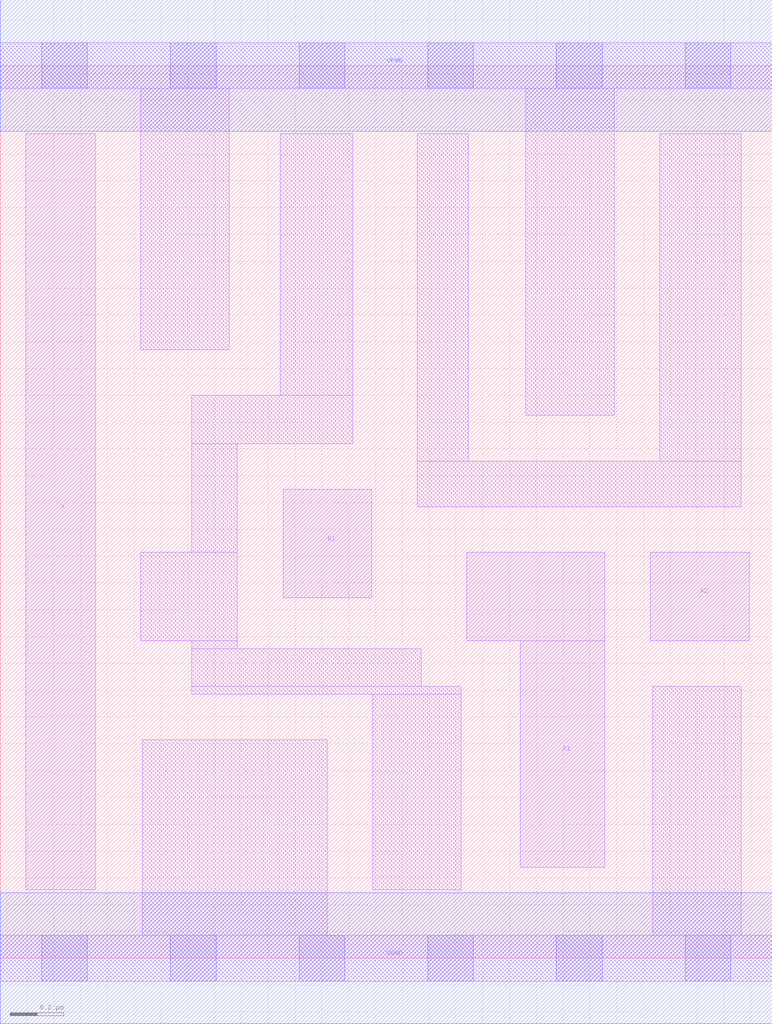
<source format=lef>
# Copyright 2020 The SkyWater PDK Authors
#
# Licensed under the Apache License, Version 2.0 (the "License");
# you may not use this file except in compliance with the License.
# You may obtain a copy of the License at
#
#     https://www.apache.org/licenses/LICENSE-2.0
#
# Unless required by applicable law or agreed to in writing, software
# distributed under the License is distributed on an "AS IS" BASIS,
# WITHOUT WARRANTIES OR CONDITIONS OF ANY KIND, either express or implied.
# See the License for the specific language governing permissions and
# limitations under the License.
#
# SPDX-License-Identifier: Apache-2.0

VERSION 5.7 ;
  NOWIREEXTENSIONATPIN ON ;
  DIVIDERCHAR "/" ;
  BUSBITCHARS "[]" ;
UNITS
  DATABASE MICRONS 200 ;
END UNITS
MACRO sky130_fd_sc_lp__a21o_1
  CLASS CORE ;
  FOREIGN sky130_fd_sc_lp__a21o_1 ;
  ORIGIN  0.000000  0.000000 ;
  SIZE  2.880000 BY  3.330000 ;
  SYMMETRY X Y R90 ;
  SITE unit ;
  PIN A1
    ANTENNAGATEAREA  0.315000 ;
    DIRECTION INPUT ;
    USE SIGNAL ;
    PORT
      LAYER li1 ;
        RECT 1.740000 1.185000 2.255000 1.515000 ;
        RECT 1.940000 0.340000 2.255000 1.185000 ;
    END
  END A1
  PIN A2
    ANTENNAGATEAREA  0.315000 ;
    DIRECTION INPUT ;
    USE SIGNAL ;
    PORT
      LAYER li1 ;
        RECT 2.425000 1.185000 2.795000 1.515000 ;
    END
  END A2
  PIN B1
    ANTENNAGATEAREA  0.315000 ;
    DIRECTION INPUT ;
    USE SIGNAL ;
    PORT
      LAYER li1 ;
        RECT 1.055000 1.345000 1.385000 1.750000 ;
    END
  END B1
  PIN X
    ANTENNADIFFAREA  0.556500 ;
    DIRECTION OUTPUT ;
    USE SIGNAL ;
    PORT
      LAYER li1 ;
        RECT 0.095000 0.255000 0.355000 3.075000 ;
    END
  END X
  PIN VGND
    DIRECTION INOUT ;
    USE GROUND ;
    PORT
      LAYER met1 ;
        RECT 0.000000 -0.245000 2.880000 0.245000 ;
    END
  END VGND
  PIN VPWR
    DIRECTION INOUT ;
    USE POWER ;
    PORT
      LAYER met1 ;
        RECT 0.000000 3.085000 2.880000 3.575000 ;
    END
  END VPWR
  OBS
    LAYER li1 ;
      RECT 0.000000 -0.085000 2.880000 0.085000 ;
      RECT 0.000000  3.245000 2.880000 3.415000 ;
      RECT 0.525000  1.185000 0.885000 1.515000 ;
      RECT 0.525000  2.270000 0.855000 3.245000 ;
      RECT 0.530000  0.085000 1.220000 0.815000 ;
      RECT 0.715000  0.985000 1.720000 1.015000 ;
      RECT 0.715000  1.015000 1.570000 1.155000 ;
      RECT 0.715000  1.155000 0.885000 1.185000 ;
      RECT 0.715000  1.515000 0.885000 1.920000 ;
      RECT 0.715000  1.920000 1.315000 2.100000 ;
      RECT 1.045000  2.100000 1.315000 3.075000 ;
      RECT 1.390000  0.255000 1.720000 0.985000 ;
      RECT 1.555000  1.685000 2.765000 1.855000 ;
      RECT 1.555000  1.855000 1.745000 3.075000 ;
      RECT 1.960000  2.025000 2.290000 3.245000 ;
      RECT 2.435000  0.085000 2.765000 1.015000 ;
      RECT 2.460000  1.855000 2.765000 3.075000 ;
    LAYER mcon ;
      RECT 0.155000 -0.085000 0.325000 0.085000 ;
      RECT 0.155000  3.245000 0.325000 3.415000 ;
      RECT 0.635000 -0.085000 0.805000 0.085000 ;
      RECT 0.635000  3.245000 0.805000 3.415000 ;
      RECT 1.115000 -0.085000 1.285000 0.085000 ;
      RECT 1.115000  3.245000 1.285000 3.415000 ;
      RECT 1.595000 -0.085000 1.765000 0.085000 ;
      RECT 1.595000  3.245000 1.765000 3.415000 ;
      RECT 2.075000 -0.085000 2.245000 0.085000 ;
      RECT 2.075000  3.245000 2.245000 3.415000 ;
      RECT 2.555000 -0.085000 2.725000 0.085000 ;
      RECT 2.555000  3.245000 2.725000 3.415000 ;
  END
END sky130_fd_sc_lp__a21o_1
END LIBRARY

</source>
